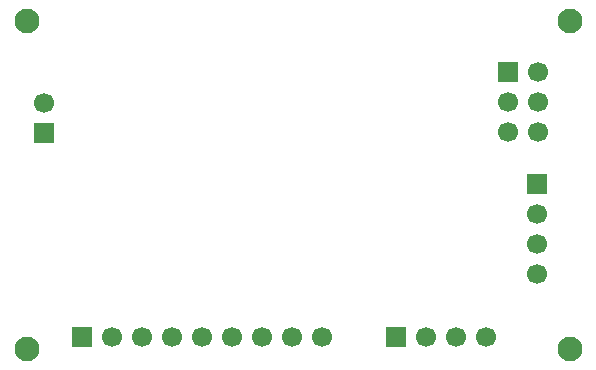
<source format=gbr>
%TF.GenerationSoftware,KiCad,Pcbnew,9.0.2*%
%TF.CreationDate,2025-09-15T18:19:50+05:45*%
%TF.ProjectId,MCU datalogger,4d435520-6461-4746-916c-6f676765722e,rev?*%
%TF.SameCoordinates,Original*%
%TF.FileFunction,Soldermask,Bot*%
%TF.FilePolarity,Negative*%
%FSLAX46Y46*%
G04 Gerber Fmt 4.6, Leading zero omitted, Abs format (unit mm)*
G04 Created by KiCad (PCBNEW 9.0.2) date 2025-09-15 18:19:50*
%MOMM*%
%LPD*%
G01*
G04 APERTURE LIST*
%ADD10R,1.700000X1.700000*%
%ADD11C,1.700000*%
%ADD12C,2.100000*%
G04 APERTURE END LIST*
D10*
%TO.C,BT1*%
X1945250000Y-2097000000D03*
D11*
X1945250000Y-2094460000D03*
%TD*%
D12*
%TO.C,H3*%
X1943750000Y-2115250000D03*
%TD*%
%TO.C,H2*%
X1989750000Y-2115250000D03*
%TD*%
D10*
%TO.C,J1*%
X1987000000Y-2101280000D03*
D11*
X1987000000Y-2103820000D03*
X1987000000Y-2106360000D03*
X1987000000Y-2108900000D03*
%TD*%
D12*
%TO.C,H4*%
X1943750000Y-2087500000D03*
%TD*%
D10*
%TO.C,J3*%
X1948420000Y-2114250000D03*
D11*
X1950960000Y-2114250000D03*
X1953500000Y-2114250000D03*
X1956040000Y-2114250000D03*
X1958580000Y-2114250000D03*
X1961120000Y-2114250000D03*
X1963660000Y-2114250000D03*
X1966200000Y-2114250000D03*
X1968740000Y-2114250000D03*
%TD*%
D12*
%TO.C,H1*%
X1989750000Y-2087500000D03*
%TD*%
D10*
%TO.C,J4*%
X1984500000Y-2091800000D03*
D11*
X1987040000Y-2091800000D03*
X1984500000Y-2094340000D03*
X1987040000Y-2094340000D03*
X1984500000Y-2096880000D03*
X1987040000Y-2096880000D03*
%TD*%
D10*
%TO.C,J2*%
X1975000000Y-2114250000D03*
D11*
X1977540000Y-2114250000D03*
X1980080000Y-2114250000D03*
X1982620000Y-2114250000D03*
%TD*%
M02*

</source>
